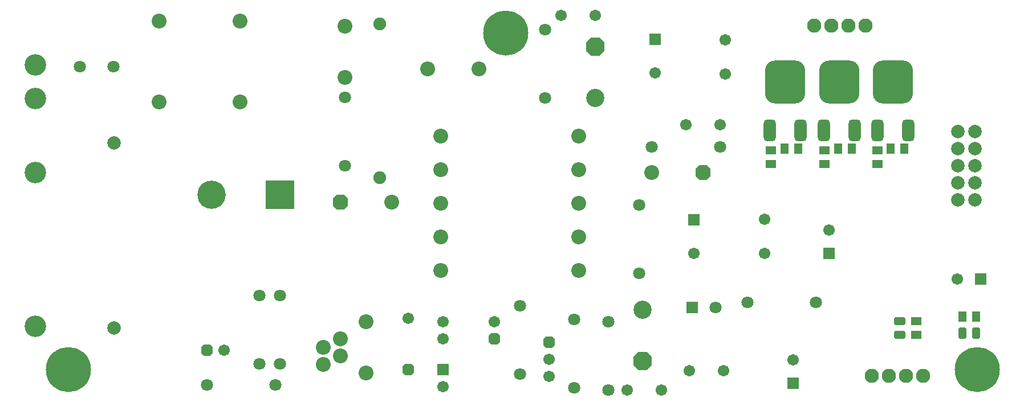
<source format=gts>
%FSLAX24Y24*%
%MOIN*%
G70*
G01*
G75*
G04 Layer_Color=8388736*
%ADD10R,0.0374X0.0551*%
%ADD11R,0.0551X0.0374*%
G04:AMPARAMS|DCode=12|XSize=228.3mil|YSize=244.1mil|CornerRadius=57.1mil|HoleSize=0mil|Usage=FLASHONLY|Rotation=0.000|XOffset=0mil|YOffset=0mil|HoleType=Round|Shape=RoundedRectangle|*
%AMROUNDEDRECTD12*
21,1,0.2283,0.1299,0,0,0.0*
21,1,0.1142,0.2441,0,0,0.0*
1,1,0.1142,0.0571,-0.0650*
1,1,0.1142,-0.0571,-0.0650*
1,1,0.1142,-0.0571,0.0650*
1,1,0.1142,0.0571,0.0650*
%
%ADD12ROUNDEDRECTD12*%
G04:AMPARAMS|DCode=13|XSize=63mil|YSize=118.1mil|CornerRadius=15.7mil|HoleSize=0mil|Usage=FLASHONLY|Rotation=0.000|XOffset=0mil|YOffset=0mil|HoleType=Round|Shape=RoundedRectangle|*
%AMROUNDEDRECTD13*
21,1,0.0630,0.0866,0,0,0.0*
21,1,0.0315,0.1181,0,0,0.0*
1,1,0.0315,0.0157,-0.0433*
1,1,0.0315,-0.0157,-0.0433*
1,1,0.0315,-0.0157,0.0433*
1,1,0.0315,0.0157,0.0433*
%
%ADD13ROUNDEDRECTD13*%
G04:AMPARAMS|DCode=14|XSize=40mil|YSize=60mil|CornerRadius=10mil|HoleSize=0mil|Usage=FLASHONLY|Rotation=270.000|XOffset=0mil|YOffset=0mil|HoleType=Round|Shape=RoundedRectangle|*
%AMROUNDEDRECTD14*
21,1,0.0400,0.0400,0,0,270.0*
21,1,0.0200,0.0600,0,0,270.0*
1,1,0.0200,-0.0200,-0.0100*
1,1,0.0200,-0.0200,0.0100*
1,1,0.0200,0.0200,0.0100*
1,1,0.0200,0.0200,-0.0100*
%
%ADD14ROUNDEDRECTD14*%
G04:AMPARAMS|DCode=15|XSize=40mil|YSize=60mil|CornerRadius=10mil|HoleSize=0mil|Usage=FLASHONLY|Rotation=180.000|XOffset=0mil|YOffset=0mil|HoleType=Round|Shape=RoundedRectangle|*
%AMROUNDEDRECTD15*
21,1,0.0400,0.0400,0,0,180.0*
21,1,0.0200,0.0600,0,0,180.0*
1,1,0.0200,-0.0100,0.0200*
1,1,0.0200,0.0100,0.0200*
1,1,0.0200,0.0100,-0.0200*
1,1,0.0200,-0.0100,-0.0200*
%
%ADD15ROUNDEDRECTD15*%
%ADD16C,0.0197*%
%ADD17C,0.0394*%
%ADD18C,0.0295*%
%ADD19C,0.0138*%
%ADD20C,0.0118*%
%ADD21C,0.0630*%
%ADD22R,0.0591X0.0591*%
%ADD23C,0.0591*%
%ADD24R,0.0630X0.0630*%
%ADD25C,0.0748*%
G04:AMPARAMS|DCode=26|XSize=98.4mil|YSize=98.4mil|CornerRadius=0mil|HoleSize=0mil|Usage=FLASHONLY|Rotation=90.000|XOffset=0mil|YOffset=0mil|HoleType=Round|Shape=Octagon|*
%AMOCTAGOND26*
4,1,8,0.0246,0.0492,-0.0246,0.0492,-0.0492,0.0246,-0.0492,-0.0246,-0.0246,-0.0492,0.0246,-0.0492,0.0492,-0.0246,0.0492,0.0246,0.0246,0.0492,0.0*
%
%ADD26OCTAGOND26*%

%ADD27C,0.0984*%
%ADD28C,0.0787*%
G04:AMPARAMS|DCode=29|XSize=78.7mil|YSize=78.7mil|CornerRadius=0mil|HoleSize=0mil|Usage=FLASHONLY|Rotation=0.000|XOffset=0mil|YOffset=0mil|HoleType=Round|Shape=Octagon|*
%AMOCTAGOND29*
4,1,8,0.0394,-0.0197,0.0394,0.0197,0.0197,0.0394,-0.0197,0.0394,-0.0394,0.0197,-0.0394,-0.0197,-0.0197,-0.0394,0.0197,-0.0394,0.0394,-0.0197,0.0*
%
%ADD29OCTAGOND29*%

G04:AMPARAMS|DCode=30|XSize=59.1mil|YSize=59.1mil|CornerRadius=0mil|HoleSize=0mil|Usage=FLASHONLY|Rotation=180.000|XOffset=0mil|YOffset=0mil|HoleType=Round|Shape=Octagon|*
%AMOCTAGOND30*
4,1,8,-0.0295,0.0148,-0.0295,-0.0148,-0.0148,-0.0295,0.0148,-0.0295,0.0295,-0.0148,0.0295,0.0148,0.0148,0.0295,-0.0148,0.0295,-0.0295,0.0148,0.0*
%
%ADD30OCTAGOND30*%

%ADD31C,0.2559*%
%ADD32C,0.1181*%
%ADD33R,0.0591X0.0591*%
%ADD34C,0.0709*%
%ADD35C,0.1575*%
%ADD36R,0.1575X0.1575*%
G04:AMPARAMS|DCode=37|XSize=59.1mil|YSize=59.1mil|CornerRadius=0mil|HoleSize=0mil|Usage=FLASHONLY|Rotation=270.000|XOffset=0mil|YOffset=0mil|HoleType=Round|Shape=Octagon|*
%AMOCTAGOND37*
4,1,8,-0.0148,-0.0295,0.0148,-0.0295,0.0295,-0.0148,0.0295,0.0148,0.0148,0.0295,-0.0148,0.0295,-0.0295,0.0148,-0.0295,-0.0148,-0.0148,-0.0295,0.0*
%
%ADD37OCTAGOND37*%

%ADD38C,0.0669*%
%ADD39C,0.0500*%
%ADD40R,0.0551X0.0413*%
G04:AMPARAMS|DCode=41|XSize=80mil|YSize=130mil|CornerRadius=20mil|HoleSize=0mil|Usage=FLASHONLY|Rotation=270.000|XOffset=0mil|YOffset=0mil|HoleType=Round|Shape=RoundedRectangle|*
%AMROUNDEDRECTD41*
21,1,0.0800,0.0900,0,0,270.0*
21,1,0.0400,0.1300,0,0,270.0*
1,1,0.0400,-0.0450,-0.0200*
1,1,0.0400,-0.0450,0.0200*
1,1,0.0400,0.0450,0.0200*
1,1,0.0400,0.0450,-0.0200*
%
%ADD41ROUNDEDRECTD41*%
G04:AMPARAMS|DCode=42|XSize=39.4mil|YSize=98.4mil|CornerRadius=9.8mil|HoleSize=0mil|Usage=FLASHONLY|Rotation=180.000|XOffset=0mil|YOffset=0mil|HoleType=Round|Shape=RoundedRectangle|*
%AMROUNDEDRECTD42*
21,1,0.0394,0.0787,0,0,180.0*
21,1,0.0197,0.0984,0,0,180.0*
1,1,0.0197,-0.0098,0.0394*
1,1,0.0197,0.0098,0.0394*
1,1,0.0197,0.0098,-0.0394*
1,1,0.0197,-0.0098,-0.0394*
%
%ADD42ROUNDEDRECTD42*%
%ADD43C,0.0787*%
%ADD44C,0.1181*%
%ADD45R,0.5000X0.2700*%
%ADD46R,0.3850X0.3250*%
%ADD47C,0.0079*%
%ADD48C,0.0050*%
%ADD49C,0.0049*%
%ADD50C,0.0100*%
%ADD51C,0.0039*%
%ADD52C,0.0315*%
%ADD53C,0.0059*%
%ADD54R,0.0883X0.0118*%
%ADD55R,0.0200X0.0800*%
%ADD56R,0.0454X0.0631*%
%ADD57R,0.0631X0.0454*%
G04:AMPARAMS|DCode=58|XSize=236.3mil|YSize=252.1mil|CornerRadius=61.1mil|HoleSize=0mil|Usage=FLASHONLY|Rotation=0.000|XOffset=0mil|YOffset=0mil|HoleType=Round|Shape=RoundedRectangle|*
%AMROUNDEDRECTD58*
21,1,0.2363,0.1299,0,0,0.0*
21,1,0.1142,0.2521,0,0,0.0*
1,1,0.1222,0.0571,-0.0650*
1,1,0.1222,-0.0571,-0.0650*
1,1,0.1222,-0.0571,0.0650*
1,1,0.1222,0.0571,0.0650*
%
%ADD58ROUNDEDRECTD58*%
G04:AMPARAMS|DCode=59|XSize=71mil|YSize=126.1mil|CornerRadius=19.7mil|HoleSize=0mil|Usage=FLASHONLY|Rotation=0.000|XOffset=0mil|YOffset=0mil|HoleType=Round|Shape=RoundedRectangle|*
%AMROUNDEDRECTD59*
21,1,0.0710,0.0866,0,0,0.0*
21,1,0.0315,0.1261,0,0,0.0*
1,1,0.0395,0.0157,-0.0433*
1,1,0.0395,-0.0157,-0.0433*
1,1,0.0395,-0.0157,0.0433*
1,1,0.0395,0.0157,0.0433*
%
%ADD59ROUNDEDRECTD59*%
G04:AMPARAMS|DCode=60|XSize=48mil|YSize=68mil|CornerRadius=14mil|HoleSize=0mil|Usage=FLASHONLY|Rotation=270.000|XOffset=0mil|YOffset=0mil|HoleType=Round|Shape=RoundedRectangle|*
%AMROUNDEDRECTD60*
21,1,0.0480,0.0400,0,0,270.0*
21,1,0.0200,0.0680,0,0,270.0*
1,1,0.0280,-0.0200,-0.0100*
1,1,0.0280,-0.0200,0.0100*
1,1,0.0280,0.0200,0.0100*
1,1,0.0280,0.0200,-0.0100*
%
%ADD60ROUNDEDRECTD60*%
G04:AMPARAMS|DCode=61|XSize=48mil|YSize=68mil|CornerRadius=14mil|HoleSize=0mil|Usage=FLASHONLY|Rotation=180.000|XOffset=0mil|YOffset=0mil|HoleType=Round|Shape=RoundedRectangle|*
%AMROUNDEDRECTD61*
21,1,0.0480,0.0400,0,0,180.0*
21,1,0.0200,0.0680,0,0,180.0*
1,1,0.0280,-0.0100,0.0200*
1,1,0.0280,0.0100,0.0200*
1,1,0.0280,0.0100,-0.0200*
1,1,0.0280,-0.0100,-0.0200*
%
%ADD61ROUNDEDRECTD61*%
%ADD62C,0.0710*%
%ADD63R,0.0671X0.0671*%
%ADD64C,0.0671*%
%ADD65R,0.0710X0.0710*%
%ADD66C,0.0828*%
G04:AMPARAMS|DCode=67|XSize=106.4mil|YSize=106.4mil|CornerRadius=0mil|HoleSize=0mil|Usage=FLASHONLY|Rotation=90.000|XOffset=0mil|YOffset=0mil|HoleType=Round|Shape=Octagon|*
%AMOCTAGOND67*
4,1,8,0.0266,0.0532,-0.0266,0.0532,-0.0532,0.0266,-0.0532,-0.0266,-0.0266,-0.0532,0.0266,-0.0532,0.0532,-0.0266,0.0532,0.0266,0.0266,0.0532,0.0*
%
%ADD67OCTAGOND67*%

%ADD68C,0.1064*%
%ADD69C,0.0867*%
G04:AMPARAMS|DCode=70|XSize=86.7mil|YSize=86.7mil|CornerRadius=0mil|HoleSize=0mil|Usage=FLASHONLY|Rotation=0.000|XOffset=0mil|YOffset=0mil|HoleType=Round|Shape=Octagon|*
%AMOCTAGOND70*
4,1,8,0.0434,-0.0217,0.0434,0.0217,0.0217,0.0434,-0.0217,0.0434,-0.0434,0.0217,-0.0434,-0.0217,-0.0217,-0.0434,0.0217,-0.0434,0.0434,-0.0217,0.0*
%
%ADD70OCTAGOND70*%

G04:AMPARAMS|DCode=71|XSize=67.1mil|YSize=67.1mil|CornerRadius=0mil|HoleSize=0mil|Usage=FLASHONLY|Rotation=180.000|XOffset=0mil|YOffset=0mil|HoleType=Round|Shape=Octagon|*
%AMOCTAGOND71*
4,1,8,-0.0335,0.0168,-0.0335,-0.0168,-0.0168,-0.0335,0.0168,-0.0335,0.0335,-0.0168,0.0335,0.0168,0.0168,0.0335,-0.0168,0.0335,-0.0335,0.0168,0.0*
%
%ADD71OCTAGOND71*%

%ADD72C,0.2639*%
%ADD73C,0.1261*%
%ADD74R,0.0671X0.0671*%
%ADD75C,0.0789*%
%ADD76C,0.1655*%
%ADD77R,0.1655X0.1655*%
G04:AMPARAMS|DCode=78|XSize=67.1mil|YSize=67.1mil|CornerRadius=0mil|HoleSize=0mil|Usage=FLASHONLY|Rotation=270.000|XOffset=0mil|YOffset=0mil|HoleType=Round|Shape=Octagon|*
%AMOCTAGOND78*
4,1,8,-0.0168,-0.0335,0.0168,-0.0335,0.0335,-0.0168,0.0335,0.0168,0.0168,0.0335,-0.0168,0.0335,-0.0335,0.0168,-0.0335,-0.0168,-0.0168,-0.0335,0.0*
%
%ADD78OCTAGOND78*%

%ADD79C,0.0749*%
D56*
X62644Y24750D02*
D03*
X61856D02*
D03*
X59594D02*
D03*
X58806D02*
D03*
X56444D02*
D03*
X55656D02*
D03*
X66844Y14900D02*
D03*
X66056D02*
D03*
D57*
X61100Y24644D02*
D03*
Y23856D02*
D03*
X58000Y24644D02*
D03*
Y23856D02*
D03*
X54850Y24644D02*
D03*
Y23856D02*
D03*
X63350Y14644D02*
D03*
Y13856D02*
D03*
D58*
X55700Y28650D02*
D03*
X58850D02*
D03*
X62000D02*
D03*
D59*
X54800Y25800D02*
D03*
X56600D02*
D03*
X57950D02*
D03*
X59750D02*
D03*
X61100D02*
D03*
X62900D02*
D03*
D60*
X62400Y14650D02*
D03*
Y13850D02*
D03*
D61*
X66850Y13950D02*
D03*
X66050D02*
D03*
D62*
X53500Y15750D02*
D03*
X57500D02*
D03*
X51639Y15450D02*
D03*
X45350Y10600D02*
D03*
Y14600D02*
D03*
X24950Y16150D02*
D03*
Y12150D02*
D03*
X26150Y16150D02*
D03*
Y12150D02*
D03*
X29950Y27750D02*
D03*
Y23750D02*
D03*
X25900Y10900D02*
D03*
X21900D02*
D03*
X16434Y29550D02*
D03*
X14466D02*
D03*
X51900Y24850D02*
D03*
X47900D02*
D03*
X47150Y21450D02*
D03*
Y17450D02*
D03*
X40200Y11550D02*
D03*
Y15550D02*
D03*
X43350Y10750D02*
D03*
Y14750D02*
D03*
X41650Y31700D02*
D03*
Y27700D02*
D03*
D63*
X56150Y11011D02*
D03*
X58250Y18611D02*
D03*
X50350Y20584D02*
D03*
X35700Y11800D02*
D03*
X48100Y31134D02*
D03*
D64*
X56150Y12389D02*
D03*
X50100Y11750D02*
D03*
X52100D02*
D03*
X44600Y32550D02*
D03*
X42600D02*
D03*
X58250Y19989D02*
D03*
X54500Y20600D02*
D03*
Y18600D02*
D03*
X22900Y12950D02*
D03*
X65761Y17100D02*
D03*
X49900Y26150D02*
D03*
X51900D02*
D03*
X50350Y18616D02*
D03*
X33650Y14800D02*
D03*
X35700Y10800D02*
D03*
X41900Y12400D02*
D03*
Y11400D02*
D03*
X38700Y14600D02*
D03*
X35700D02*
D03*
Y13600D02*
D03*
X48450Y10600D02*
D03*
X46450D02*
D03*
X48100Y29166D02*
D03*
X52200Y31100D02*
D03*
Y29100D02*
D03*
D65*
X50261Y15450D02*
D03*
D66*
X60400Y31950D02*
D03*
X59400D02*
D03*
X58400D02*
D03*
X57400D02*
D03*
X63750Y11450D02*
D03*
X62750D02*
D03*
X61750D02*
D03*
X60750D02*
D03*
D67*
X44600Y30700D02*
D03*
X47350Y12300D02*
D03*
D68*
X44600Y27700D02*
D03*
X47350Y15300D02*
D03*
D69*
X47900Y23350D02*
D03*
X37800Y29400D02*
D03*
X34800D02*
D03*
X35565Y25487D02*
D03*
Y23519D02*
D03*
Y21550D02*
D03*
Y19582D02*
D03*
Y17613D02*
D03*
X43635D02*
D03*
Y19582D02*
D03*
Y21550D02*
D03*
Y23519D02*
D03*
Y25487D02*
D03*
X32700Y21600D02*
D03*
X19088Y27488D02*
D03*
X23812D02*
D03*
Y32212D02*
D03*
X19088D02*
D03*
X28700Y13100D02*
D03*
Y12100D02*
D03*
X31200Y14600D02*
D03*
X29700Y13600D02*
D03*
Y12600D02*
D03*
X31200Y11600D02*
D03*
X29950Y31900D02*
D03*
Y28900D02*
D03*
D70*
X50900Y23350D02*
D03*
X29700Y21600D02*
D03*
D71*
X21900Y12950D02*
D03*
X41900Y13400D02*
D03*
X38700Y13600D02*
D03*
D72*
X66929Y11811D02*
D03*
X39370Y31496D02*
D03*
X13780Y11811D02*
D03*
D73*
X11850Y14350D02*
D03*
Y23350D02*
D03*
Y29634D02*
D03*
Y27666D02*
D03*
D74*
X67139Y17100D02*
D03*
D75*
X16450Y14237D02*
D03*
Y25063D02*
D03*
X66800Y21750D02*
D03*
X65800D02*
D03*
X66800Y22750D02*
D03*
X65800D02*
D03*
Y23750D02*
D03*
X66800D02*
D03*
X65800Y24750D02*
D03*
X66800D02*
D03*
X65800Y25750D02*
D03*
X66800D02*
D03*
D76*
X22150Y22050D02*
D03*
D77*
X26150D02*
D03*
D78*
X33650Y11800D02*
D03*
D79*
X32000Y23050D02*
D03*
Y32050D02*
D03*
M02*

</source>
